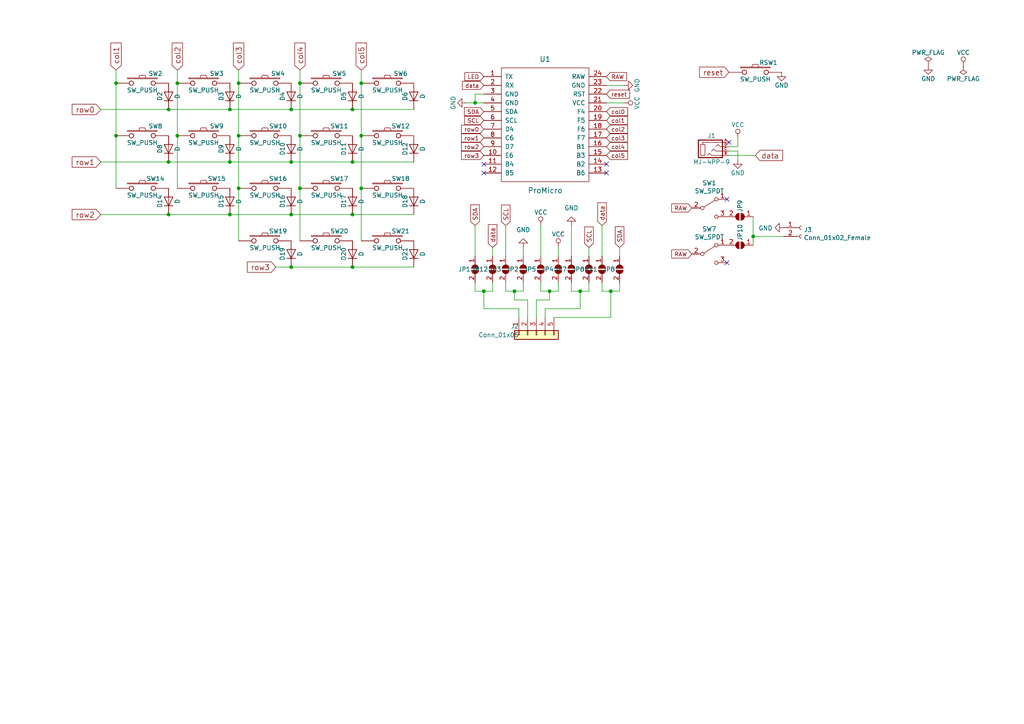
<source format=kicad_sch>
(kicad_sch (version 20230121) (generator eeschema)
  (paper "A4")
  (title_block (title "Chocofi") (date "2023-04-17") (rev "0.2") (company "pashutk & krikun98"))
  (lib_symbols
    (symbol "Connector:Conn_01x02_Female" (pin_names (offset 1.016) hide)
      (property "Reference" "J" (at 0 2.54 0))
      (property "Value" "Conn_01x02_Female" (at 0 -5.08 0))
      (symbol "Conn_01x02_Female_1_1"
        (arc (start 0 -2.032) (mid -0.5058 -2.54) (end 0 -3.048) (stroke (width 0.1524)))
        (polyline (pts (xy -1.27 -2.54) (xy -0.508 -2.54)) (stroke (width 0.1524)))
        (polyline (pts (xy -1.27 0) (xy -0.508 0)) (stroke (width 0.1524)))
        (arc (start 0 0.508) (mid -0.5058 0) (end 0 -0.508) (stroke (width 0.1524)))
        (pin passive line (at -5.08 0 0) (length 3.81) (name "Pin_1") (number "1"))
        (pin passive line (at -5.08 -2.54 0) (length 3.81) (name "Pin_2") (number "2"))
      )
    )
    (symbol "Connector_Generic:Conn_01x05" (pin_names (offset 1.016) hide)
      (property "Reference" "J" (at 0 7.62 0))
      (property "Value" "Conn_01x05" (at 0 -7.62 0))
      (symbol "Conn_01x05_1_1"
        (rectangle (start -1.27 -4.953) (end 0 -5.207) (stroke (width 0.1524)))
        (rectangle (start -1.27 -2.413) (end 0 -2.667) (stroke (width 0.1524)))
        (rectangle (start -1.27 0.127) (end 0 -0.127) (stroke (width 0.1524)))
        (rectangle (start -1.27 2.667) (end 0 2.413) (stroke (width 0.1524)))
        (rectangle (start -1.27 5.207) (end 0 4.953) (stroke (width 0.1524)))
        (rectangle (start -1.27 6.35) (end 1.27 -6.35) (stroke (width 0.254)) (fill (type background)))
        (pin passive line (at -5.08 5.08 0) (length 3.81) (name "Pin_1") (number "1"))
        (pin passive line (at -5.08 2.54 0) (length 3.81) (name "Pin_2") (number "2"))
        (pin passive line (at -5.08 0 0) (length 3.81) (name "Pin_3") (number "3"))
        (pin passive line (at -5.08 -2.54 0) (length 3.81) (name "Pin_4") (number "4"))
        (pin passive line (at -5.08 -5.08 0) (length 3.81) (name "Pin_5") (number "5"))
      )
    )
    (symbol "Jumper:SolderJumper_2_Open" (pin_names (offset 0) hide)
      (property "Reference" "JP" (at 0 2.032 0))
      (property "Value" "SolderJumper_2_Open" (at 0 -2.54 0))
      (symbol "SolderJumper_2_Open_0_1"
        (arc (start -0.254 1.016) (mid -1.2656 0) (end -0.254 -1.016))
        (arc (start -0.254 1.016) (mid -1.2656 0) (end -0.254 -1.016) (fill (type outline)))
        (polyline (pts (xy -0.254 1.016) (xy -0.254 -1.016)))
        (polyline (pts (xy 0.254 1.016) (xy 0.254 -1.016)))
        (arc (start 0.254 -1.016) (mid 1.2656 0) (end 0.254 1.016))
        (arc (start 0.254 -1.016) (mid 1.2656 0) (end 0.254 1.016) (fill (type outline)))
      )
      (symbol "SolderJumper_2_Open_1_1"
        (pin passive line (at -3.81 0 0) (length 2.54) (name "A") (number "1"))
        (pin passive line (at 3.81 0 180) (length 2.54) (name "B") (number "2"))
      )
    )
    (symbol "Switch:SW_SPDT" (pin_names (offset 0) hide)
      (property "Reference" "SW" (at 0 4.318 0))
      (property "Value" "SW_SPDT" (at 0 -5.08 0))
      (symbol "SW_SPDT_0_0"
        (circle (center -2.032 0) (radius 0.508))
        (circle (center 2.032 -2.54) (radius 0.508))
      )
      (symbol "SW_SPDT_0_1"
        (polyline (pts (xy -1.524 0.254) (xy 1.651 2.286)))
        (circle (center 2.032 2.54) (radius 0.508))
      )
      (symbol "SW_SPDT_1_1"
        (pin passive line (at 5.08 2.54 180) (length 2.54) (name "A") (number "1"))
        (pin passive line (at -5.08 0 0) (length 2.54) (name "B") (number "2"))
        (pin passive line (at 5.08 -2.54 180) (length 2.54) (name "C") (number "3"))
      )
    )
    (symbol "chocofi-rescue:D-Device" (pin_numbers hide) (pin_names (offset 1.016) hide)
      (property "Reference" "D" (at 0 2.54 0))
      (property "Value" "Device_D" (at 0 -2.54 0))
      (symbol "D-Device_0_1"
        (polyline (pts (xy -1.27 1.27) (xy -1.27 -1.27)) (stroke (width 0.2032)))
        (polyline (pts (xy 1.27 0) (xy -1.27 0)))
        (polyline (pts (xy 1.27 1.27) (xy 1.27 -1.27) (xy -1.27 0) (xy 1.27 1.27)) (stroke (width 0.2032)))
      )
      (symbol "D-Device_1_1"
        (pin passive line (at -3.81 0 0) (length 2.54) (name "K") (number "1"))
        (pin passive line (at 3.81 0 180) (length 2.54) (name "A") (number "2"))
      )
    )
    (symbol "chocofi-rescue:GND-power" (power) (pin_names (offset 0))
      (property "Value" "GND-power" (at 0 -3.81 0))
      (symbol "GND-power_0_1"
        (polyline (pts (xy 0 0) (xy 0 -1.27) (xy 1.27 -1.27) (xy 0 -2.54) (xy -1.27 -1.27) (xy 0 -1.27)))
      )
      (symbol "GND-power_1_1"
        (pin power_in line (at 0 0 270) (length 0) hide (name "GND") (number "1"))
      )
    )
    (symbol "chocofi-rescue:MJ-4PP-9-kbd-corne-light-rescue" (pin_names (offset 1.016))
      (property "Reference" "J" (at 0 3.81 0))
      (property "Value" "corne-light-rescue_MJ-4PP-9-kbd" (at 0 -3.81 0))
      (symbol "MJ-4PP-9-kbd-corne-light-rescue_0_1"
        (rectangle (start -1.905 -1.905) (end -3.175 1.27))
        (polyline (pts (xy -2.54 1.27) (xy -2.54 1.905) (xy 3.175 1.905)))
        (polyline (pts (xy -1.27 -1.905) (xy -0.635 -1.27) (xy 0 -1.905) (xy 3.175 -1.905)))
        (polyline (pts (xy 0 -0.635) (xy 0.635 0) (xy 1.27 -0.635) (xy 3.175 -0.635)))
        (polyline (pts (xy 1.27 0.635) (xy 1.905 1.27) (xy 2.54 0.635) (xy 3.175 0.635)))
        (rectangle (start 3.175 2.54) (end -3.81 -2.54) (stroke (width 0.3048)))
      )
      (symbol "MJ-4PP-9-kbd-corne-light-rescue_1_1"
        (pin input line (at 5.08 1.905 180) (length 2.0066) (name "~") (number "A"))
        (pin input line (at 5.08 -1.905 180) (length 2.0066) (name "~") (number "B"))
        (pin input line (at 5.08 -0.635 180) (length 2.0066) (name "~") (number "C"))
        (pin input line (at 5.08 0.635 180) (length 2.0066) (name "~") (number "D"))
      )
    )
    (symbol "chocofi-rescue:PWR_FLAG-power" (power) (pin_numbers hide) (pin_names (offset 0) hide)
      (property "Value" "PWR_FLAG-power" (at 0 3.81 0))
      (symbol "PWR_FLAG-power_0_0"
        (pin power_out line (at 0 0 90) (length 0) (name "pwr") (number "1"))
      )
      (symbol "PWR_FLAG-power_0_1"
        (polyline (pts (xy 0 0) (xy 0 1.27) (xy -1.016 1.905) (xy 0 2.54) (xy 1.016 1.905) (xy 0 1.27)))
      )
    )
    (symbol "chocofi-rescue:SW_PUSH-kbd-corne-light-rescue" (pin_numbers hide) (pin_names (offset 1.016) hide)
      (property "Reference" "SW" (at 3.81 2.794 0))
      (property "Value" "corne-light-rescue_SW_PUSH-kbd" (at 0 -2.032 0))
      (symbol "SW_PUSH-kbd-corne-light-rescue_0_1"
        (rectangle (start -4.318 1.27) (end 4.318 1.524))
        (polyline (pts (xy -1.016 1.524) (xy -0.762 2.286) (xy 0.762 2.286) (xy 1.016 1.524)))
        (pin passive inverted (at -7.62 0 0) (length 5.08) (name "1") (number "1"))
        (pin passive inverted (at 7.62 0 180) (length 5.08) (name "2") (number "2"))
      )
    )
    (symbol "chocofi-rescue:VCC-power" (power) (pin_names (offset 0))
      (property "Value" "VCC-power" (at 0 3.81 0))
      (symbol "VCC-power_0_1"
        (polyline (pts (xy 0 0) (xy 0 1.27)))
        (circle (center 0 1.905) (radius 0.635))
      )
      (symbol "VCC-power_1_1"
        (pin power_in line (at 0 0 90) (length 0) hide (name "VCC") (number "1"))
      )
    )
    (symbol "corne-light-rescue:ProMicro-kbd" (pin_names (offset 1.016))
      (property "Reference" "U" (at 0 24.13 0))
      (property "Value" "ProMicro-kbd" (at 0 -13.97 0))
      (symbol "ProMicro-kbd_0_1"
        (rectangle (start -12.7 21.59) (end 12.7 -11.43))
      )
      (symbol "ProMicro-kbd_1_1"
        (pin bidirectional line (at -17.78 19.05 0) (length 5.08) (name "TX") (number "1"))
        (pin bidirectional line (at -17.78 -3.81 0) (length 5.08) (name "E6") (number "10"))
        (pin bidirectional line (at -17.78 -6.35 0) (length 5.08) (name "B4") (number "11"))
        (pin bidirectional line (at -17.78 -8.89 0) (length 5.08) (name "B5") (number "12"))
        (pin bidirectional line (at 17.78 -8.89 180) (length 5.08) (name "B6") (number "13"))
        (pin bidirectional line (at 17.78 -6.35 180) (length 5.08) (name "B2") (number "14"))
        (pin bidirectional line (at 17.78 -3.81 180) (length 5.08) (name "B3") (number "15"))
        (pin bidirectional line (at 17.78 -1.27 180) (length 5.08) (name "B1") (number "16"))
        (pin bidirectional line (at 17.78 1.27 180) (length 5.08) (name "F7") (number "17"))
        (pin bidirectional line (at 17.78 3.81 180) (length 5.08) (name "F6") (number "18"))
        (pin bidirectional line (at 17.78 6.35 180) (length 5.08) (name "F5") (number "19"))
        (pin bidirectional line (at -17.78 16.51 0) (length 5.08) (name "RX") (number "2"))
        (pin bidirectional line (at 17.78 8.89 180) (length 5.08) (name "F4") (number "20"))
        (pin power_in line (at 17.78 11.43 180) (length 5.08) (name "VCC") (number "21"))
        (pin input line (at 17.78 13.97 180) (length 5.08) (name "RST") (number "22"))
        (pin power_in line (at 17.78 16.51 180) (length 5.08) (name "GND") (number "23"))
        (pin power_out line (at 17.78 19.05 180) (length 5.08) (name "RAW") (number "24"))
        (pin power_in line (at -17.78 13.97 0) (length 5.08) (name "GND") (number "3"))
        (pin power_in line (at -17.78 11.43 0) (length 5.08) (name "GND") (number "4"))
        (pin bidirectional line (at -17.78 8.89 0) (length 5.08) (name "SDA") (number "5"))
        (pin bidirectional line (at -17.78 6.35 0) (length 5.08) (name "SCL") (number "6"))
        (pin bidirectional line (at -17.78 3.81 0) (length 5.08) (name "D4") (number "7"))
        (pin bidirectional line (at -17.78 1.27 0) (length 5.08) (name "C6") (number "8"))
        (pin bidirectional line (at -17.78 -1.27 0) (length 5.08) (name "D7") (number "9"))
      )
    )
    (symbol "power:GND" (power) (pin_names (offset 0))
      (property "Value" "GND" (at 0 -3.81 0))
      (symbol "GND_0_1"
        (polyline (pts (xy 0 0) (xy 0 -1.27) (xy 1.27 -1.27) (xy 0 -2.54) (xy -1.27 -1.27) (xy 0 -1.27)))
      )
      (symbol "GND_1_1"
        (pin power_in line (at 0 0 270) (length 0) hide (name "GND") (number "1"))
      )
    )
  )
  (junction (at 48.895 46.99))
  (junction (at 48.895 62.23))
  (junction (at 51.435 39.37))
  (junction (at 140.335 84.455) (diameter 0.9144))
  (junction (at 66.675 46.99))
  (junction (at 177.165 84.455))
  (junction (at 102.235 46.99))
  (junction (at 102.235 62.23))
  (junction (at 104.775 54.61))
  (junction (at 102.235 77.47))
  (junction (at 137.795 29.845))
  (junction (at 104.775 24.13))
  (junction (at 69.215 39.37))
  (junction (at 159.385 84.455) (diameter 0.9144))
  (junction (at 104.775 39.37))
  (junction (at 69.215 54.61))
  (junction (at 33.655 24.13))
  (junction (at 69.215 24.13))
  (junction (at 86.995 24.13))
  (junction (at 168.275 84.455) (diameter 0.9144))
  (junction (at 51.435 24.13))
  (junction (at 102.235 31.75))
  (junction (at 149.225 84.455) (diameter 0.9144))
  (junction (at 86.995 39.37))
  (junction (at 84.455 62.23))
  (junction (at 218.44 68.58))
  (junction (at 84.455 46.99))
  (junction (at 66.675 31.75))
  (junction (at 84.455 31.75))
  (junction (at 84.455 77.47))
  (junction (at 48.895 31.75))
  (junction (at 66.675 62.23))
  (junction (at 33.655 39.37))
  (junction (at 86.995 54.61))
  (no_connect (at 211.455 41.275))
  (no_connect (at 175.895 47.625))
  (no_connect (at 210.82 57.785))
  (no_connect (at 210.82 76.2))
  (no_connect (at 140.335 50.165))
  (no_connect (at 175.895 50.165))
  (no_connect (at 140.335 47.625))
  (wire (pts (xy 179.705 71.755) (xy 179.705 74.295)))
  (wire (pts (xy 153.035 92.075) (xy 153.035 86.995)))
  (wire (pts (xy 33.655 20.32) (xy 33.655 24.13)))
  (wire (pts (xy 213.995 42.545) (xy 213.995 40.005)))
  (wire (pts (xy 102.235 77.47) (xy 120.015 77.47)))
  (wire (pts (xy 69.215 54.61) (xy 69.215 69.85)))
  (wire (pts (xy 140.335 27.305) (xy 137.795 27.305)))
  (wire (pts (xy 165.735 81.915) (xy 165.735 84.455)))
  (wire (pts (xy 135.255 29.845) (xy 137.795 29.845)))
  (wire (pts (xy 149.225 86.995) (xy 153.035 86.995)))
  (wire (pts (xy 174.625 84.455) (xy 177.165 84.455)))
  (wire (pts (xy 140.335 89.535) (xy 150.495 89.535)))
  (wire (pts (xy 158.115 89.535) (xy 168.275 89.535)))
  (wire (pts (xy 149.225 84.455) (xy 149.225 86.995)))
  (wire (pts (xy 218.44 68.58) (xy 218.44 71.12)))
  (wire (pts (xy 48.895 31.75) (xy 66.675 31.75)))
  (wire (pts (xy 137.795 81.915) (xy 137.795 84.455)))
  (wire (pts (xy 211.455 43.815) (xy 213.995 43.815)))
  (wire (pts (xy 149.225 84.455) (xy 151.765 84.455)))
  (wire (pts (xy 51.435 39.37) (xy 51.435 54.61)))
  (wire (pts (xy 168.275 89.535) (xy 168.275 84.455)))
  (wire (pts (xy 159.385 84.455) (xy 161.925 84.455)))
  (wire (pts (xy 137.795 84.455) (xy 140.335 84.455)))
  (wire (pts (xy 84.455 77.47) (xy 102.235 77.47)))
  (wire (pts (xy 174.625 81.915) (xy 174.625 84.455)))
  (wire (pts (xy 211.455 42.545) (xy 213.995 42.545)))
  (wire (pts (xy 84.455 62.23) (xy 102.235 62.23)))
  (wire (pts (xy 86.995 20.32) (xy 86.995 24.13)))
  (wire (pts (xy 158.115 92.075) (xy 158.115 89.535)))
  (wire (pts (xy 165.735 65.405) (xy 165.735 74.295)))
  (wire (pts (xy 146.685 65.405) (xy 146.685 74.295)))
  (wire (pts (xy 51.435 24.13) (xy 51.435 39.37)))
  (wire (pts (xy 179.705 81.915) (xy 179.705 84.455)))
  (wire (pts (xy 104.775 24.13) (xy 104.775 39.37)))
  (wire (pts (xy 104.775 54.61) (xy 104.775 69.85)))
  (wire (pts (xy 168.275 84.455) (xy 170.815 84.455)))
  (wire (pts (xy 69.215 24.13) (xy 69.215 39.37)))
  (wire (pts (xy 29.21 62.23) (xy 48.895 62.23)))
  (wire (pts (xy 66.675 31.75) (xy 84.455 31.75)))
  (wire (pts (xy 177.165 84.455) (xy 179.705 84.455)))
  (wire (pts (xy 84.455 31.75) (xy 102.235 31.75)))
  (wire (pts (xy 33.655 24.13) (xy 33.655 39.37)))
  (wire (pts (xy 137.795 65.405) (xy 137.795 74.295)))
  (wire (pts (xy 156.845 84.455) (xy 159.385 84.455)))
  (wire (pts (xy 227.33 68.58) (xy 218.44 68.58)))
  (wire (pts (xy 66.675 46.99) (xy 84.455 46.99)))
  (wire (pts (xy 48.895 46.99) (xy 66.675 46.99)))
  (wire (pts (xy 48.895 62.23) (xy 66.675 62.23)))
  (wire (pts (xy 175.895 29.845) (xy 180.975 29.845)))
  (wire (pts (xy 161.925 71.755) (xy 161.925 74.295)))
  (wire (pts (xy 150.495 92.075) (xy 150.495 89.535)))
  (wire (pts (xy 155.575 86.995) (xy 159.385 86.995)))
  (wire (pts (xy 104.775 39.37) (xy 104.775 54.61)))
  (wire (pts (xy 140.335 84.455) (xy 142.875 84.455)))
  (wire (pts (xy 151.765 81.915) (xy 151.765 84.455)))
  (wire (pts (xy 174.625 65.405) (xy 174.625 74.295)))
  (wire (pts (xy 29.21 46.99) (xy 48.895 46.99)))
  (wire (pts (xy 104.775 20.32) (xy 104.775 24.13)))
  (wire (pts (xy 29.21 31.75) (xy 48.895 31.75)))
  (wire (pts (xy 156.845 81.915) (xy 156.845 84.455)))
  (wire (pts (xy 161.925 81.915) (xy 161.925 84.455)))
  (wire (pts (xy 156.845 65.405) (xy 156.845 74.295)))
  (wire (pts (xy 146.685 84.455) (xy 149.225 84.455)))
  (wire (pts (xy 211.455 45.085) (xy 219.075 45.085)))
  (wire (pts (xy 102.235 31.75) (xy 120.015 31.75)))
  (wire (pts (xy 213.995 43.815) (xy 213.995 46.355)))
  (wire (pts (xy 137.795 29.845) (xy 140.335 29.845)))
  (wire (pts (xy 140.335 84.455) (xy 140.335 89.535)))
  (wire (pts (xy 102.235 46.99) (xy 120.015 46.99)))
  (wire (pts (xy 86.995 24.13) (xy 86.995 39.37)))
  (wire (pts (xy 86.995 39.37) (xy 86.995 54.61)))
  (wire (pts (xy 170.815 71.755) (xy 170.815 74.295)))
  (wire (pts (xy 69.215 20.32) (xy 69.215 24.13)))
  (wire (pts (xy 142.875 81.915) (xy 142.875 84.455)))
  (wire (pts (xy 175.895 24.765) (xy 180.975 24.765)))
  (wire (pts (xy 218.44 62.865) (xy 218.44 68.58)))
  (wire (pts (xy 80.01 77.47) (xy 84.455 77.47)))
  (wire (pts (xy 151.765 71.755) (xy 151.765 74.295)))
  (wire (pts (xy 170.815 81.915) (xy 170.815 84.455)))
  (wire (pts (xy 86.995 54.61) (xy 86.995 69.85)))
  (wire (pts (xy 155.575 92.075) (xy 155.575 86.995)))
  (wire (pts (xy 160.655 92.075) (xy 177.165 92.075)))
  (wire (pts (xy 146.685 81.915) (xy 146.685 84.455)))
  (wire (pts (xy 165.735 84.455) (xy 168.275 84.455)))
  (wire (pts (xy 51.435 20.32) (xy 51.435 24.13)))
  (wire (pts (xy 84.455 46.99) (xy 102.235 46.99)))
  (wire (pts (xy 159.385 86.995) (xy 159.385 84.455)))
  (wire (pts (xy 142.875 71.755) (xy 142.875 74.295)))
  (wire (pts (xy 137.795 27.305) (xy 137.795 29.845)))
  (wire (pts (xy 177.165 92.075) (xy 177.165 84.455)))
  (wire (pts (xy 33.655 39.37) (xy 33.655 54.61)))
  (wire (pts (xy 66.675 62.23) (xy 84.455 62.23)))
  (wire (pts (xy 69.215 39.37) (xy 69.215 54.61)))
  (wire (pts (xy 102.235 62.23) (xy 120.015 62.23)))
  (global_label "row3" (shape input) (at 140.335 45.085 180) (effects (font (size 1.1938 1.1938))) (property "Intersheetrefs" "${INTERSHEET_REFS}" (effects hide)))
  (global_label "data" (shape input) (at 140.335 24.765 180) (effects (font (size 1.1938 1.1938))) (property "Intersheetrefs" "${INTERSHEET_REFS}" (effects hide)))
  (global_label "col3" (shape input) (at 175.895 40.005 0) (effects (font (size 1.1938 1.1938))) (property "Intersheetrefs" "${INTERSHEET_REFS}" (effects hide)))
  (global_label "data" (shape input) (at 174.625 65.405 90) (property "Intersheetrefs" "${INTERSHEET_REFS}" (effects hide)))
  (global_label "SDA" (shape input) (at 140.335 32.385 180) (effects (font (size 1.1938 1.1938))) (property "Intersheetrefs" "${INTERSHEET_REFS}" (effects hide)))
  (global_label "data" (shape input) (at 142.875 71.755 90) (property "Intersheetrefs" "${INTERSHEET_REFS}" (effects hide)))
  (global_label "row0" (shape input) (at 29.21 31.75 180) (effects (font (size 1.524 1.524))) (property "Intersheetrefs" "${INTERSHEET_REFS}" (effects hide)))
  (global_label "SCL" (shape input) (at 146.685 65.405 90) (property "Intersheetrefs" "${INTERSHEET_REFS}" (effects hide)))
  (global_label "row1" (shape input) (at 140.335 40.005 180) (effects (font (size 1.1938 1.1938))) (property "Intersheetrefs" "${INTERSHEET_REFS}" (effects hide)))
  (global_label "SCL" (shape input) (at 170.815 71.755 90) (property "Intersheetrefs" "${INTERSHEET_REFS}" (effects hide)))
  (global_label "RAW" (shape input) (at 200.66 73.66 180) (effects (font (size 1.1938 1.1938))) (property "Intersheetrefs" "${INTERSHEET_REFS}" (effects hide)))
  (global_label "row1" (shape input) (at 29.21 46.99 180) (effects (font (size 1.524 1.524))) (property "Intersheetrefs" "${INTERSHEET_REFS}" (effects hide)))
  (global_label "row2" (shape input) (at 140.335 42.545 180) (effects (font (size 1.1938 1.1938))) (property "Intersheetrefs" "${INTERSHEET_REFS}" (effects hide)))
  (global_label "row0" (shape input) (at 140.335 37.465 180) (effects (font (size 1.1938 1.1938))) (property "Intersheetrefs" "${INTERSHEET_REFS}" (effects hide)))
  (global_label "data" (shape input) (at 219.075 45.085 0) (effects (font (size 1.524 1.524))) (property "Intersheetrefs" "${INTERSHEET_REFS}" (effects hide)))
  (global_label "RAW" (shape input) (at 175.895 22.225 0) (effects (font (size 1.1938 1.1938))) (property "Intersheetrefs" "${INTERSHEET_REFS}" (effects hide)))
  (global_label "row2" (shape input) (at 29.21 62.23 180) (effects (font (size 1.524 1.524))) (property "Intersheetrefs" "${INTERSHEET_REFS}" (effects hide)))
  (global_label "RAW" (shape input) (at 200.66 60.325 180) (effects (font (size 1.1938 1.1938))) (property "Intersheetrefs" "${INTERSHEET_REFS}" (effects hide)))
  (global_label "col4" (shape input) (at 86.995 20.32 90) (effects (font (size 1.524 1.524))) (property "Intersheetrefs" "${INTERSHEET_REFS}" (effects hide)))
  (global_label "col2" (shape input) (at 51.435 20.32 90) (effects (font (size 1.524 1.524))) (property "Intersheetrefs" "${INTERSHEET_REFS}" (effects hide)))
  (global_label "col5" (shape input) (at 175.895 45.085 0) (effects (font (size 1.1938 1.1938))) (property "Intersheetrefs" "${INTERSHEET_REFS}" (effects hide)))
  (global_label "row3" (shape input) (at 80.01 77.47 180) (effects (font (size 1.524 1.524))) (property "Intersheetrefs" "${INTERSHEET_REFS}" (effects hide)))
  (global_label "reset" (shape input) (at 211.455 20.955 180) (effects (font (size 1.524 1.524))) (property "Intersheetrefs" "${INTERSHEET_REFS}" (effects hide)))
  (global_label "col5" (shape input) (at 104.775 20.32 90) (effects (font (size 1.524 1.524))) (property "Intersheetrefs" "${INTERSHEET_REFS}" (effects hide)))
  (global_label "LED" (shape input) (at 140.335 22.225 180) (effects (font (size 1.1938 1.1938))) (property "Intersheetrefs" "${INTERSHEET_REFS}" (effects hide)))
  (global_label "col4" (shape input) (at 175.895 42.545 0) (effects (font (size 1.1938 1.1938))) (property "Intersheetrefs" "${INTERSHEET_REFS}" (effects hide)))
  (global_label "col0" (shape input) (at 175.895 32.385 0) (effects (font (size 1.1938 1.1938))) (property "Intersheetrefs" "${INTERSHEET_REFS}" (effects hide)))
  (global_label "col1" (shape input) (at 33.655 20.32 90) (effects (font (size 1.524 1.524))) (property "Intersheetrefs" "${INTERSHEET_REFS}" (effects hide)))
  (global_label "SDA" (shape input) (at 137.795 65.405 90) (property "Intersheetrefs" "${INTERSHEET_REFS}" (effects hide)))
  (global_label "reset" (shape input) (at 175.895 27.305 0) (effects (font (size 1.1938 1.1938))) (property "Intersheetrefs" "${INTERSHEET_REFS}" (effects hide)))
  (global_label "SCL" (shape input) (at 140.335 34.925 180) (effects (font (size 1.1938 1.1938))) (property "Intersheetrefs" "${INTERSHEET_REFS}" (effects hide)))
  (global_label "col1" (shape input) (at 175.895 34.925 0) (effects (font (size 1.1938 1.1938))) (property "Intersheetrefs" "${INTERSHEET_REFS}" (effects hide)))
  (global_label "col2" (shape input) (at 175.895 37.465 0) (effects (font (size 1.1938 1.1938))) (property "Intersheetrefs" "${INTERSHEET_REFS}" (effects hide)))
  (global_label "SDA" (shape input) (at 179.705 71.755 90) (property "Intersheetrefs" "${INTERSHEET_REFS}" (effects hide)))
  (global_label "col3" (shape input) (at 69.215 20.32 90) (effects (font (size 1.524 1.524))) (property "Intersheetrefs" "${INTERSHEET_REFS}" (effects hide)))
  (symbol (lib_id "corne-light-rescue:ProMicro-kbd") (at 158.115 41.275 0) (unit 1)
    (property "Reference" "U1" (at 158.115 17.145 0) (effects (font (size 1.524 1.524))))
    (property "Value" "ProMicro" (at 158.115 55.245 0) (effects (font (size 1.524 1.524))))
    (property "Footprint" "kbd:ProMicro_v2" (effects hide))
  )
  (symbol (lib_id "chocofi-rescue:SW_PUSH-kbd-corne-light-rescue") (at 41.275 24.13 0) (unit 1)
    (property "Reference" "SW2" (at 45.085 21.336 0))
    (property "Value" "SW_PUSH" (at 41.275 26.162 0))
    (property "Footprint" "keyswitches:Kailh_socket_PG1350_reversible" (effects hide))
  )
  (symbol (lib_id "chocofi-rescue:D-Device") (at 48.895 27.94 90) (unit 1)
    (property "Reference" "D2" (at 46.355 27.94 0))
    (property "Value" "D" (at 51.435 27.94 0))
    (property "Footprint" "kbd:D3_TH_SMD" (effects hide))
  )
  (symbol (lib_id "chocofi-rescue:SW_PUSH-kbd-corne-light-rescue") (at 59.055 24.13 0) (unit 1)
    (property "Reference" "SW3" (at 62.865 21.336 0))
    (property "Value" "SW_PUSH" (at 59.055 26.162 0))
    (property "Footprint" "keyswitches:Kailh_socket_PG1350_reversible" (effects hide))
  )
  (symbol (lib_id "chocofi-rescue:D-Device") (at 66.675 27.94 90) (unit 1)
    (property "Reference" "D3" (at 64.135 27.94 0))
    (property "Value" "D" (at 69.215 27.94 0))
    (property "Footprint" "kbd:D3_TH_SMD" (effects hide))
  )
  (symbol (lib_id "chocofi-rescue:SW_PUSH-kbd-corne-light-rescue") (at 76.835 24.13 0) (unit 1)
    (property "Reference" "SW4" (at 80.645 21.336 0))
    (property "Value" "SW_PUSH" (at 76.835 26.162 0))
    (property "Footprint" "keyswitches:Kailh_socket_PG1350_reversible" (effects hide))
  )
  (symbol (lib_id "chocofi-rescue:SW_PUSH-kbd-corne-light-rescue") (at 94.615 24.13 0) (unit 1)
    (property "Reference" "SW5" (at 98.425 21.336 0))
    (property "Value" "SW_PUSH" (at 94.615 26.162 0))
    (property "Footprint" "keyswitches:Kailh_socket_PG1350_reversible" (effects hide))
  )
  (symbol (lib_id "chocofi-rescue:SW_PUSH-kbd-corne-light-rescue") (at 112.395 24.13 0) (unit 1)
    (property "Reference" "SW6" (at 116.205 21.336 0))
    (property "Value" "SW_PUSH" (at 112.395 26.162 0))
    (property "Footprint" "keyswitches:Kailh_socket_PG1350_reversible" (effects hide))
  )
  (symbol (lib_id "chocofi-rescue:D-Device") (at 84.455 27.94 90) (unit 1)
    (property "Reference" "D4" (at 81.915 27.94 0))
    (property "Value" "D" (at 86.995 27.94 0))
    (property "Footprint" "kbd:D3_TH_SMD" (effects hide))
  )
  (symbol (lib_id "chocofi-rescue:D-Device") (at 102.235 27.94 90) (unit 1)
    (property "Reference" "D5" (at 99.695 27.94 0))
    (property "Value" "D" (at 104.775 27.94 0))
    (property "Footprint" "kbd:D3_TH_SMD" (effects hide))
  )
  (symbol (lib_id "chocofi-rescue:D-Device") (at 120.015 27.94 90) (unit 1)
    (property "Reference" "D6" (at 117.475 27.94 0))
    (property "Value" "D" (at 122.555 27.94 0))
    (property "Footprint" "kbd:D3_TH_SMD" (effects hide))
  )
  (symbol (lib_id "chocofi-rescue:SW_PUSH-kbd-corne-light-rescue") (at 41.275 39.37 0) (unit 1)
    (property "Reference" "SW8" (at 45.085 36.576 0))
    (property "Value" "SW_PUSH" (at 41.275 41.402 0))
    (property "Footprint" "keyswitches:Kailh_socket_PG1350_reversible" (effects hide))
  )
  (symbol (lib_id "chocofi-rescue:D-Device") (at 48.895 43.18 90) (unit 1)
    (property "Reference" "D8" (at 46.355 43.18 0))
    (property "Value" "D" (at 51.435 43.18 0))
    (property "Footprint" "kbd:D3_TH_SMD" (effects hide))
  )
  (symbol (lib_id "chocofi-rescue:SW_PUSH-kbd-corne-light-rescue") (at 59.055 39.37 0) (unit 1)
    (property "Reference" "SW9" (at 62.865 36.576 0))
    (property "Value" "SW_PUSH" (at 59.055 41.402 0))
    (property "Footprint" "keyswitches:Kailh_socket_PG1350_reversible" (effects hide))
  )
  (symbol (lib_id "chocofi-rescue:D-Device") (at 66.675 43.18 90) (unit 1)
    (property "Reference" "D9" (at 64.135 43.18 0))
    (property "Value" "D" (at 69.215 43.18 0))
    (property "Footprint" "kbd:D3_TH_SMD" (effects hide))
  )
  (symbol (lib_id "chocofi-rescue:SW_PUSH-kbd-corne-light-rescue") (at 76.835 39.37 0) (unit 1)
    (property "Reference" "SW10" (at 80.645 36.576 0))
    (property "Value" "SW_PUSH" (at 76.835 41.402 0))
    (property "Footprint" "keyswitches:Kailh_socket_PG1350_reversible" (effects hide))
  )
  (symbol (lib_id "chocofi-rescue:SW_PUSH-kbd-corne-light-rescue") (at 94.615 39.37 0) (unit 1)
    (property "Reference" "SW11" (at 98.425 36.576 0))
    (property "Value" "SW_PUSH" (at 94.615 41.402 0))
    (property "Footprint" "keyswitches:Kailh_socket_PG1350_reversible" (effects hide))
  )
  (symbol (lib_id "chocofi-rescue:SW_PUSH-kbd-corne-light-rescue") (at 112.395 39.37 0) (unit 1)
    (property "Reference" "SW12" (at 116.205 36.576 0))
    (property "Value" "SW_PUSH" (at 112.395 41.402 0))
    (property "Footprint" "keyswitches:Kailh_socket_PG1350_reversible" (effects hide))
  )
  (symbol (lib_id "chocofi-rescue:D-Device") (at 84.455 43.18 90) (unit 1)
    (property "Reference" "D10" (at 81.915 43.18 0))
    (property "Value" "D" (at 86.995 43.18 0))
    (property "Footprint" "kbd:D3_TH_SMD" (effects hide))
  )
  (symbol (lib_id "chocofi-rescue:D-Device") (at 102.235 43.18 90) (unit 1)
    (property "Reference" "D11" (at 99.695 43.18 0))
    (property "Value" "D" (at 104.775 43.18 0))
    (property "Footprint" "kbd:D3_TH_SMD" (effects hide))
  )
  (symbol (lib_id "chocofi-rescue:D-Device") (at 120.015 43.18 90) (unit 1)
    (property "Reference" "D12" (at 117.475 43.18 0))
    (property "Value" "D" (at 122.555 43.18 0))
    (property "Footprint" "kbd:D3_TH_SMD" (effects hide))
  )
  (symbol (lib_id "chocofi-rescue:SW_PUSH-kbd-corne-light-rescue") (at 41.275 54.61 0) (unit 1)
    (property "Reference" "SW14" (at 45.085 51.816 0))
    (property "Value" "SW_PUSH" (at 41.275 56.642 0))
    (property "Footprint" "keyswitches:Kailh_socket_PG1350_reversible" (effects hide))
  )
  (symbol (lib_id "chocofi-rescue:D-Device") (at 48.895 58.42 90) (unit 1)
    (property "Reference" "D14" (at 46.355 58.42 0))
    (property "Value" "D" (at 51.435 58.42 0))
    (property "Footprint" "kbd:D3_TH_SMD" (effects hide))
  )
  (symbol (lib_id "chocofi-rescue:SW_PUSH-kbd-corne-light-rescue") (at 59.055 54.61 0) (unit 1)
    (property "Reference" "SW15" (at 62.865 51.816 0))
    (property "Value" "SW_PUSH" (at 59.055 56.642 0))
    (property "Footprint" "keyswitches:Kailh_socket_PG1350_reversible" (effects hide))
  )
  (symbol (lib_id "chocofi-rescue:D-Device") (at 66.675 58.42 90) (unit 1)
    (property "Reference" "D15" (at 64.135 58.42 0))
    (property "Value" "D" (at 69.215 58.42 0))
    (property "Footprint" "kbd:D3_TH_SMD" (effects hide))
  )
  (symbol (lib_id "chocofi-rescue:SW_PUSH-kbd-corne-light-rescue") (at 76.835 54.61 0) (unit 1)
    (property "Reference" "SW16" (at 80.645 51.816 0))
    (property "Value" "SW_PUSH" (at 76.835 56.642 0))
    (property "Footprint" "keyswitches:Kailh_socket_PG1350_reversible" (effects hide))
  )
  (symbol (lib_id "chocofi-rescue:SW_PUSH-kbd-corne-light-rescue") (at 94.615 54.61 0) (unit 1)
    (property "Reference" "SW17" (at 98.425 51.816 0))
    (property "Value" "SW_PUSH" (at 94.615 56.642 0))
    (property "Footprint" "keyswitches:Kailh_socket_PG1350_reversible" (effects hide))
  )
  (symbol (lib_id "chocofi-rescue:SW_PUSH-kbd-corne-light-rescue") (at 112.395 54.61 0) (unit 1)
    (property "Reference" "SW18" (at 116.205 51.816 0))
    (property "Value" "SW_PUSH" (at 112.395 56.642 0))
    (property "Footprint" "keyswitches:Kailh_socket_PG1350_reversible" (effects hide))
  )
  (symbol (lib_id "chocofi-rescue:D-Device") (at 84.455 58.42 90) (unit 1)
    (property "Reference" "D16" (at 81.915 58.42 0))
    (property "Value" "D" (at 86.995 58.42 0))
    (property "Footprint" "kbd:D3_TH_SMD" (effects hide))
  )
  (symbol (lib_id "chocofi-rescue:D-Device") (at 102.235 58.42 90) (unit 1)
    (property "Reference" "D17" (at 99.695 58.42 0))
    (property "Value" "D" (at 104.775 58.42 0))
    (property "Footprint" "kbd:D3_TH_SMD" (effects hide))
  )
  (symbol (lib_id "chocofi-rescue:D-Device") (at 120.015 58.42 90) (unit 1)
    (property "Reference" "D18" (at 117.475 58.42 0))
    (property "Value" "D" (at 122.555 58.42 0))
    (property "Footprint" "kbd:D3_TH_SMD" (effects hide))
  )
  (symbol (lib_id "chocofi-rescue:SW_PUSH-kbd-corne-light-rescue") (at 94.615 69.85 0) (unit 1)
    (property "Reference" "SW20" (at 98.425 67.056 0))
    (property "Value" "SW_PUSH" (at 94.615 71.882 0))
    (property "Footprint" "keyswitches:Kailh_socket_PG1350_reversible" (effects hide))
  )
  (symbol (lib_id "chocofi-rescue:D-Device") (at 102.235 73.66 90) (unit 1)
    (property "Reference" "D20" (at 99.695 73.66 0))
    (property "Value" "D" (at 104.775 73.66 0))
    (property "Footprint" "kbd:D3_TH_SMD" (effects hide))
  )
  (symbol (lib_id "chocofi-rescue:SW_PUSH-kbd-corne-light-rescue") (at 112.395 69.85 0) (unit 1)
    (property "Reference" "SW21" (at 116.205 67.056 0))
    (property "Value" "SW_PUSH" (at 112.395 71.882 0))
    (property "Footprint" "keyswitches:Kailh_socket_PG1350_reversible" (effects hide))
  )
  (symbol (lib_id "chocofi-rescue:D-Device") (at 120.015 73.66 90) (unit 1)
    (property "Reference" "D21" (at 117.475 73.66 0))
    (property "Value" "D" (at 122.555 73.66 0))
    (property "Footprint" "kbd:D3_TH_SMD" (effects hide))
  )
  (symbol (lib_id "chocofi-rescue:SW_PUSH-kbd-corne-light-rescue") (at 76.835 69.85 0) (unit 1)
    (property "Reference" "SW19" (at 80.645 67.056 0))
    (property "Value" "SW_PUSH" (at 76.835 71.882 0))
    (property "Footprint" "keyswitches:Kailh_socket_PG1350_reversible" (effects hide))
  )
  (symbol (lib_id "chocofi-rescue:D-Device") (at 84.455 73.66 90) (unit 1)
    (property "Reference" "D19" (at 81.915 73.66 0))
    (property "Value" "D" (at 86.995 73.66 0))
    (property "Footprint" "kbd:D3_TH_SMD" (effects hide))
  )
  (symbol (lib_id "chocofi-rescue:GND-power") (at 180.975 24.765 90) (unit 1)
    (property "Reference" "#PWR03" (effects hide))
    (property "Value" "GND" (at 184.785 24.765 0))
  )
  (symbol (lib_id "chocofi-rescue:VCC-power") (at 180.975 29.845 270) (unit 1)
    (property "Reference" "#PWR05" (effects hide))
    (property "Value" "VCC" (at 184.785 29.845 0))
  )
  (symbol (lib_id "chocofi-rescue:GND-power") (at 135.255 29.845 270) (unit 1)
    (property "Reference" "#PWR04" (effects hide))
    (property "Value" "GND" (at 131.445 29.845 0))
  )
  (symbol (lib_id "chocofi-rescue:GND-power") (at 269.24 19.05 0) (unit 1)
    (property "Reference" "#PWR01" (effects hide))
    (property "Value" "GND" (at 269.24 22.86 0))
  )
  (symbol (lib_id "chocofi-rescue:VCC-power") (at 279.4 19.05 0) (unit 1)
    (property "Reference" "#PWR02" (effects hide))
    (property "Value" "VCC" (at 279.4 15.24 0))
  )
  (symbol (lib_id "chocofi-rescue:PWR_FLAG-power") (at 279.4 19.05 180) (unit 1)
    (property "Reference" "#FLG02" (effects hide))
    (property "Value" "PWR_FLAG" (at 279.4 22.86 0))
  )
  (symbol (lib_id "chocofi-rescue:PWR_FLAG-power") (at 269.24 19.05 0) (unit 1)
    (property "Reference" "#FLG01" (effects hide))
    (property "Value" "PWR_FLAG" (at 269.24 15.24 0))
  )
  (symbol (lib_id "chocofi-rescue:SW_PUSH-kbd-corne-light-rescue") (at 219.075 20.955 0) (unit 1)
    (property "Reference" "RSW1" (at 222.885 18.161 0))
    (property "Value" "SW_PUSH" (at 219.075 22.987 0))
    (property "Footprint" "kbd:ResetSW" (effects hide))
  )
  (symbol (lib_id "chocofi-rescue:GND-power") (at 226.695 20.955 0) (unit 1)
    (property "Reference" "#PWR07" (effects hide))
    (property "Value" "GND" (at 226.695 24.765 0))
  )
  (symbol (lib_id "chocofi-rescue:VCC-power") (at 213.995 40.005 0) (unit 1)
    (property "Reference" "#PWR06" (effects hide))
    (property "Value" "VCC" (at 213.995 36.195 0))
  )
  (symbol (lib_id "chocofi-rescue:GND-power") (at 213.995 46.355 0) (unit 1)
    (property "Reference" "#PWR08" (effects hide))
    (property "Value" "GND" (at 213.995 50.165 0))
  )
  (symbol (lib_id "chocofi-rescue:MJ-4PP-9-kbd-corne-light-rescue") (at 206.375 43.18 0) (unit 1)
    (property "Reference" "J1" (at 206.375 39.37 0))
    (property "Value" "MJ-4PP-9" (at 206.375 46.99 0))
    (property "Footprint" "kbd:MJ-4PP-9" (effects hide))
  )
  (symbol (lib_id "Jumper:SolderJumper_2_Open") (at 142.875 78.105 270) (unit 1)
    (property "Reference" "JP12" (at 141.605 78.105 90) (effects (justify right)))
    (property "Value" "CS" (effects hide))
    (property "Footprint" "kbd:Jumper" (effects hide))
  )
  (symbol (lib_id "Jumper:SolderJumper_2_Open") (at 146.685 78.105 270) (unit 1)
    (property "Reference" "JP3" (at 145.415 78.105 90) (effects (justify right)))
    (property "Value" "SCL" (effects hide))
    (property "Footprint" "kbd:Jumper" (effects hide))
  )
  (symbol (lib_id "Jumper:SolderJumper_2_Open") (at 214.63 62.865 180) (unit 1)
    (property "Reference" "JP9" (at 214.63 61.595 90) (effects (justify right)))
    (property "Value" "SolderJumper_2_Open" (effects hide))
    (property "Footprint" "kbd:Jumper" (effects hide))
  )
  (symbol (lib_id "power:GND") (at 151.765 71.755 180) (unit 1)
    (property "Reference" "#PWR011" (effects hide))
    (property "Value" "GND" (at 151.765 66.675 0))
  )
  (symbol (lib_id "Jumper:SolderJumper_2_Open") (at 137.795 78.105 270) (unit 1)
    (property "Reference" "JP1" (at 136.525 78.105 90) (effects (justify right)))
    (property "Value" "SDA" (effects hide))
    (property "Footprint" "kbd:Jumper" (effects hide))
  )
  (symbol (lib_id "Jumper:SolderJumper_2_Open") (at 165.735 78.105 270) (unit 1)
    (property "Reference" "JP7" (at 164.465 78.105 90) (effects (justify right)))
    (property "Value" "GND" (effects hide))
    (property "Footprint" "kbd:Jumper" (effects hide))
  )
  (symbol (lib_id "Connector_Generic:Conn_01x05") (at 155.575 97.155 90) (mirror x) (unit 1)
    (property "Reference" "J2" (at 150.495 94.615 90) (effects (justify left)))
    (property "Value" "Conn_01x05" (at 150.495 97.155 90) (effects (justify left)))
    (property "Footprint" "nice_view:nice_view_1side" (effects hide))
  )
  (symbol (lib_id "chocofi-rescue:VCC-power") (at 161.925 71.755 0) (unit 1)
    (property "Reference" "#PWR09" (effects hide))
    (property "Value" "VCC" (at 161.925 67.945 0))
  )
  (symbol (lib_id "Connector:Conn_01x02_Female") (at 232.41 66.04 0) (unit 1)
    (property "Reference" "J3" (at 233.1212 66.6496 0) (effects (justify left)))
    (property "Value" "Conn_01x02_Female" (at 233.1212 68.961 0) (effects (justify left)))
    (property "Footprint" "kbd:Battery_TH" (effects hide))
  )
  (symbol (lib_id "power:GND") (at 227.33 66.04 270) (unit 1)
    (property "Reference" "#PWR013" (effects hide))
    (property "Value" "GND" (at 224.0788 66.167 90) (effects (justify right)))
  )
  (symbol (lib_id "Jumper:SolderJumper_2_Open") (at 174.625 78.105 270) (unit 1)
    (property "Reference" "JP11" (at 173.355 78.105 90) (effects (justify right)))
    (property "Value" "CS" (effects hide))
    (property "Footprint" "kbd:Jumper" (effects hide))
  )
  (symbol (lib_id "Jumper:SolderJumper_2_Open") (at 156.845 78.105 270) (unit 1)
    (property "Reference" "JP5" (at 155.575 78.105 90) (effects (justify right)))
    (property "Value" "VCC" (effects hide))
    (property "Footprint" "kbd:Jumper" (effects hide))
  )
  (symbol (lib_id "Switch:SW_SPDT") (at 205.74 60.325 0) (unit 1)
    (property "Reference" "SW1" (at 205.74 53.086 0))
    (property "Value" "SW_SPDT" (at 205.74 55.3974 0))
    (property "Footprint" "Buttons_Switches:SW_SPDT+H-MSK12C01_hor(7pin_SMD)" (effects hide))
  )
  (symbol (lib_id "power:GND") (at 165.735 65.405 180) (unit 1)
    (property "Reference" "#PWR010" (effects hide))
    (property "Value" "GND" (at 165.735 60.325 0))
  )
  (symbol (lib_id "Jumper:SolderJumper_2_Open") (at 170.815 78.105 270) (unit 1)
    (property "Reference" "JP6" (at 169.545 78.105 90) (effects (justify right)))
    (property "Value" "SCL" (effects hide))
    (property "Footprint" "kbd:Jumper" (effects hide))
  )
  (symbol (lib_id "Jumper:SolderJumper_2_Open") (at 214.63 71.12 180) (unit 1)
    (property "Reference" "JP10" (at 214.63 69.85 90) (effects (justify right)))
    (property "Value" "SolderJumper_2_Open" (effects hide))
    (property "Footprint" "kbd:Jumper" (effects hide))
  )
  (symbol (lib_id "Jumper:SolderJumper_2_Open") (at 161.925 78.105 270) (unit 1)
    (property "Reference" "JP4" (at 160.655 78.105 90) (effects (justify right)))
    (property "Value" "VCC" (effects hide))
    (property "Footprint" "kbd:Jumper" (effects hide))
  )
  (symbol (lib_id "Jumper:SolderJumper_2_Open") (at 151.765 78.105 270) (unit 1)
    (property "Reference" "JP2" (at 150.495 78.105 90) (effects (justify right)))
    (property "Value" "GND" (effects hide))
    (property "Footprint" "kbd:Jumper" (effects hide))
  )
  (symbol (lib_id "Jumper:SolderJumper_2_Open") (at 179.705 78.105 270) (unit 1)
    (property "Reference" "JP8" (at 178.435 78.105 90) (effects (justify right)))
    (property "Value" "SDA" (effects hide))
    (property "Footprint" "kbd:Jumper" (effects hide))
  )
  (symbol (lib_id "chocofi-rescue:VCC-power") (at 156.845 65.405 0) (unit 1)
    (property "Reference" "#PWR012" (effects hide))
    (property "Value" "VCC" (at 156.845 61.595 0))
  )
  (symbol (lib_id "Switch:SW_SPDT") (at 205.74 73.66 0) (unit 1)
    (property "Reference" "SW7" (at 205.74 66.421 0))
    (property "Value" "SW_SPDT" (at 205.74 68.7324 0))
    (property "Footprint" "Buttons_Switches:SW_SPDT+H-MSK12C01_hor(7pin_SMD)" (effects hide))
  )
)
</source>
